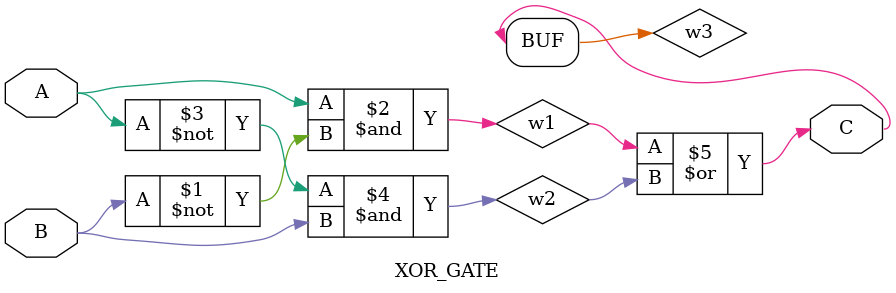
<source format=v>
module XOR_GATE (
    input A,
    input B,
    output C
);
    wire w1, w2, w3;
    
    assign w1 = A & ~B;
    assign w2 = ~A & B;
    assign w3 = w1 | w2;
    
    assign C = w3;
endmodule
</source>
